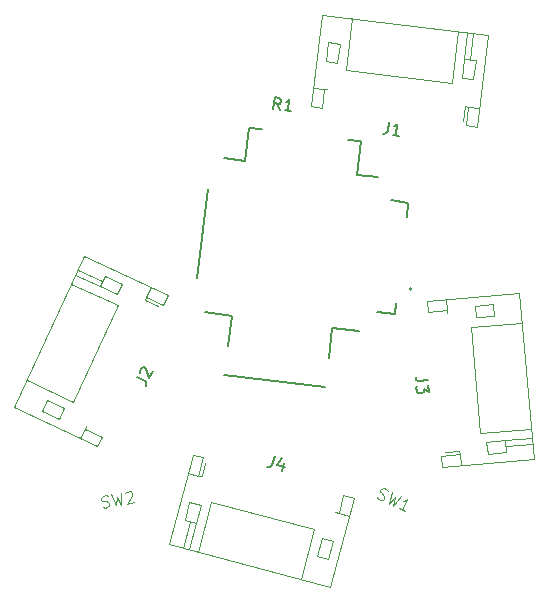
<source format=gbr>
%TF.GenerationSoftware,KiCad,Pcbnew,8.0.1*%
%TF.CreationDate,2024-04-24T21:25:30+12:00*%
%TF.ProjectId,collective-hat-pcb,636f6c6c-6563-4746-9976-652d6861742d,rev?*%
%TF.SameCoordinates,Original*%
%TF.FileFunction,Legend,Top*%
%TF.FilePolarity,Positive*%
%FSLAX46Y46*%
G04 Gerber Fmt 4.6, Leading zero omitted, Abs format (unit mm)*
G04 Created by KiCad (PCBNEW 8.0.1) date 2024-04-24 21:25:30*
%MOMM*%
%LPD*%
G01*
G04 APERTURE LIST*
%ADD10C,0.150000*%
%ADD11C,0.100000*%
%ADD12C,0.120000*%
%ADD13C,0.127000*%
%ADD14C,0.200000*%
G04 APERTURE END LIST*
D10*
X126589223Y-95141494D02*
X126404353Y-95831441D01*
X126404353Y-95831441D02*
X126321382Y-95957106D01*
X126321382Y-95957106D02*
X126204740Y-96024449D01*
X126204740Y-96024449D02*
X126054425Y-96033472D01*
X126054425Y-96033472D02*
X125962433Y-96008822D01*
X127376883Y-95697639D02*
X127204337Y-96341590D01*
X127245499Y-95268044D02*
X126830646Y-95896367D01*
X126830646Y-95896367D02*
X127428600Y-96056588D01*
X139551081Y-88702198D02*
X138839513Y-88764452D01*
X138839513Y-88764452D02*
X138693050Y-88729465D01*
X138693050Y-88729465D02*
X138589873Y-88642890D01*
X138589873Y-88642890D02*
X138529985Y-88504726D01*
X138529985Y-88504726D02*
X138521684Y-88409851D01*
X139584283Y-89081701D02*
X139638237Y-89698393D01*
X139638237Y-89698393D02*
X139229682Y-89399530D01*
X139229682Y-89399530D02*
X139242133Y-89541844D01*
X139242133Y-89541844D02*
X139202996Y-89640870D01*
X139202996Y-89640870D02*
X139159708Y-89692458D01*
X139159708Y-89692458D02*
X139068983Y-89748196D01*
X139068983Y-89748196D02*
X138831793Y-89768947D01*
X138831793Y-89768947D02*
X138732767Y-89729810D01*
X138732767Y-89729810D02*
X138681179Y-89686523D01*
X138681179Y-89686523D02*
X138625441Y-89595797D01*
X138625441Y-89595797D02*
X138600539Y-89311170D01*
X138600539Y-89311170D02*
X138639677Y-89212144D01*
X138639677Y-89212144D02*
X138682964Y-89160556D01*
X114928780Y-88427789D02*
X115576143Y-88729659D01*
X115576143Y-88729659D02*
X115685491Y-88833191D01*
X115685491Y-88833191D02*
X115731556Y-88959755D01*
X115731556Y-88959755D02*
X115714340Y-89109352D01*
X115714340Y-89109352D02*
X115674090Y-89195667D01*
X115196217Y-88079620D02*
X115173184Y-88016338D01*
X115173184Y-88016338D02*
X115170276Y-87909898D01*
X115170276Y-87909898D02*
X115270900Y-87694111D01*
X115270900Y-87694111D02*
X115354306Y-87627921D01*
X115354306Y-87627921D02*
X115417589Y-87604888D01*
X115417589Y-87604888D02*
X115524028Y-87601980D01*
X115524028Y-87601980D02*
X115610343Y-87642229D01*
X115610343Y-87642229D02*
X115719691Y-87745760D01*
X115719691Y-87745760D02*
X115996085Y-88505147D01*
X115996085Y-88505147D02*
X116257706Y-87944099D01*
X136286244Y-66864990D02*
X136199195Y-67573952D01*
X136199195Y-67573952D02*
X136134521Y-67709941D01*
X136134521Y-67709941D02*
X136028386Y-67792862D01*
X136028386Y-67792862D02*
X135880791Y-67822716D01*
X135880791Y-67822716D02*
X135786262Y-67811110D01*
X137156922Y-67979406D02*
X136589752Y-67909766D01*
X136873337Y-67944586D02*
X136995206Y-66952040D01*
X136995206Y-66952040D02*
X136883268Y-67082225D01*
X136883268Y-67082225D02*
X136777133Y-67165147D01*
X136777133Y-67165147D02*
X136676802Y-67200804D01*
X127059184Y-65794075D02*
X126786368Y-65280811D01*
X126492015Y-65724435D02*
X126613884Y-64731889D01*
X126613884Y-64731889D02*
X126991997Y-64778316D01*
X126991997Y-64778316D02*
X127080722Y-64837186D01*
X127080722Y-64837186D02*
X127122183Y-64890254D01*
X127122183Y-64890254D02*
X127157840Y-64990585D01*
X127157840Y-64990585D02*
X127140430Y-65132377D01*
X127140430Y-65132377D02*
X127081560Y-65221102D01*
X127081560Y-65221102D02*
X127028492Y-65262563D01*
X127028492Y-65262563D02*
X126928161Y-65298221D01*
X126928161Y-65298221D02*
X126550048Y-65251794D01*
X128004466Y-65910141D02*
X127437297Y-65840501D01*
X127720882Y-65875321D02*
X127842751Y-64882775D01*
X127842751Y-64882775D02*
X127730813Y-65012961D01*
X127730813Y-65012961D02*
X127624678Y-65095882D01*
X127624678Y-65095882D02*
X127524346Y-65131540D01*
D11*
X112042084Y-99441105D02*
X112191040Y-99463193D01*
X112191040Y-99463193D02*
X112425518Y-99421848D01*
X112425518Y-99421848D02*
X112511040Y-99358415D01*
X112511040Y-99358415D02*
X112549667Y-99303250D01*
X112549667Y-99303250D02*
X112580024Y-99201190D01*
X112580024Y-99201190D02*
X112563487Y-99107399D01*
X112563487Y-99107399D02*
X112500053Y-99021877D01*
X112500053Y-99021877D02*
X112444888Y-98983250D01*
X112444888Y-98983250D02*
X112342828Y-98952892D01*
X112342828Y-98952892D02*
X112146977Y-98939073D01*
X112146977Y-98939073D02*
X112044917Y-98908715D01*
X112044917Y-98908715D02*
X111989752Y-98870088D01*
X111989752Y-98870088D02*
X111926319Y-98784566D01*
X111926319Y-98784566D02*
X111909781Y-98690775D01*
X111909781Y-98690775D02*
X111940138Y-98588715D01*
X111940138Y-98588715D02*
X111978765Y-98533550D01*
X111978765Y-98533550D02*
X112064287Y-98470117D01*
X112064287Y-98470117D02*
X112298765Y-98428772D01*
X112298765Y-98428772D02*
X112447721Y-98450860D01*
X112767721Y-98346082D02*
X113175848Y-99289545D01*
X113175848Y-99289545D02*
X113239396Y-98553035D01*
X113239396Y-98553035D02*
X113551012Y-99223393D01*
X113551012Y-99223393D02*
X113611842Y-98197241D01*
X113956649Y-98233149D02*
X113995276Y-98177985D01*
X113995276Y-98177985D02*
X114080798Y-98114551D01*
X114080798Y-98114551D02*
X114315276Y-98073206D01*
X114315276Y-98073206D02*
X114417336Y-98103564D01*
X114417336Y-98103564D02*
X114472501Y-98142191D01*
X114472501Y-98142191D02*
X114535935Y-98227713D01*
X114535935Y-98227713D02*
X114552472Y-98321504D01*
X114552472Y-98321504D02*
X114530384Y-98470460D01*
X114530384Y-98470460D02*
X114066864Y-99132435D01*
X114066864Y-99132435D02*
X114676507Y-99024938D01*
X135270401Y-98613914D02*
X135379748Y-98717445D01*
X135379748Y-98717445D02*
X135595536Y-98818069D01*
X135595536Y-98818069D02*
X135701976Y-98815160D01*
X135701976Y-98815160D02*
X135765258Y-98792128D01*
X135765258Y-98792128D02*
X135848665Y-98725937D01*
X135848665Y-98725937D02*
X135888914Y-98639622D01*
X135888914Y-98639622D02*
X135886006Y-98533183D01*
X135886006Y-98533183D02*
X135862973Y-98469900D01*
X135862973Y-98469900D02*
X135796783Y-98386493D01*
X135796783Y-98386493D02*
X135644277Y-98262837D01*
X135644277Y-98262837D02*
X135578087Y-98179430D01*
X135578087Y-98179430D02*
X135555054Y-98116148D01*
X135555054Y-98116148D02*
X135552146Y-98009708D01*
X135552146Y-98009708D02*
X135592395Y-97923393D01*
X135592395Y-97923393D02*
X135675802Y-97857203D01*
X135675802Y-97857203D02*
X135739085Y-97834170D01*
X135739085Y-97834170D02*
X135845524Y-97831262D01*
X135845524Y-97831262D02*
X136061312Y-97931885D01*
X136061312Y-97931885D02*
X136170660Y-98035417D01*
X136492887Y-98133132D02*
X136286056Y-99140063D01*
X136286056Y-99140063D02*
X136760557Y-98573199D01*
X136760557Y-98573199D02*
X136631316Y-99301061D01*
X136631316Y-99301061D02*
X137269722Y-98495377D01*
X137667097Y-99784053D02*
X137149206Y-99542557D01*
X137408152Y-99663305D02*
X137830770Y-98756997D01*
X137830770Y-98756997D02*
X137684081Y-98846220D01*
X137684081Y-98846220D02*
X137557516Y-98892286D01*
X137557516Y-98892286D02*
X137451077Y-98895194D01*
D12*
%TO.C,J4*%
X119668548Y-94979968D02*
X117644582Y-102533507D01*
X119254437Y-96525449D02*
X120143087Y-96763564D01*
X117644582Y-102533507D02*
X131283455Y-106188033D01*
X119377726Y-99001737D02*
X118963615Y-100547218D01*
X118963615Y-100547218D02*
X119929541Y-100806037D01*
X120557198Y-95218082D02*
X119668548Y-94979968D01*
X120143087Y-96763564D02*
X120557198Y-95218082D01*
X120413547Y-96836033D02*
X120143087Y-96763564D01*
X120413547Y-96836033D02*
X120728012Y-95662433D01*
X119446578Y-100676627D02*
X118861649Y-102859620D01*
X120343653Y-99260556D02*
X119377726Y-99001737D01*
X119929541Y-100806037D02*
X120343653Y-99260556D01*
X119929541Y-100806037D02*
X119344611Y-102989028D01*
X121245803Y-98984648D02*
X129939136Y-101314019D01*
X120117352Y-103196084D02*
X121245803Y-98984648D01*
X129939136Y-101314019D02*
X128810684Y-105525456D01*
X130582466Y-102004038D02*
X131548392Y-102262857D01*
X130168356Y-103549520D02*
X130582466Y-102004038D01*
X132418768Y-98396379D02*
X132004658Y-99941861D01*
X132004658Y-99941861D02*
X131734199Y-99869391D01*
X131548392Y-102262857D02*
X131134282Y-103808338D01*
X131134282Y-103808338D02*
X130168356Y-103549520D01*
X133307420Y-98634492D02*
X132418768Y-98396379D01*
X132893309Y-100179974D02*
X132004658Y-99941861D01*
X131283455Y-106188033D02*
X133307420Y-98634492D01*
%TO.C,J3*%
X140738197Y-96019913D02*
X148528440Y-95338356D01*
X142332109Y-95880463D02*
X142251928Y-94963966D01*
X148528440Y-95338356D02*
X147297802Y-81272086D01*
X144616892Y-94917670D02*
X146210803Y-94778221D01*
X146210803Y-94778221D02*
X146123647Y-93782026D01*
X140658016Y-95103415D02*
X140738197Y-96019913D01*
X142251928Y-94963966D02*
X140658016Y-95103415D01*
X142227523Y-94685031D02*
X142251928Y-94963966D01*
X142227523Y-94685031D02*
X141017148Y-94790925D01*
X146167225Y-94280123D02*
X148418625Y-94083150D01*
X144529735Y-93921474D02*
X144616892Y-94917670D01*
X146123647Y-93782026D02*
X144529735Y-93921474D01*
X146123647Y-93782026D02*
X148375046Y-93585053D01*
X143961913Y-93168095D02*
X143177512Y-84202344D01*
X148305322Y-92788097D02*
X143961913Y-93168095D01*
X143177512Y-84202344D02*
X147520921Y-83822345D01*
X143605885Y-83361810D02*
X143518729Y-82365616D01*
X145199797Y-83222361D02*
X143605885Y-83361810D01*
X139587743Y-82870142D02*
X141181654Y-82730693D01*
X141181654Y-82730693D02*
X141206057Y-83009629D01*
X143518729Y-82365616D02*
X145112640Y-82226166D01*
X145112640Y-82226166D02*
X145199797Y-83222361D01*
X139507558Y-81953644D02*
X139587743Y-82870142D01*
X141101470Y-81814195D02*
X141181654Y-82730693D01*
X147297802Y-81272086D02*
X139507558Y-81953644D01*
%TO.C,J2*%
X117559566Y-81496903D02*
X110472238Y-78192028D01*
X116109473Y-80820715D02*
X115720664Y-81654515D01*
X110472238Y-78192028D02*
X104504868Y-90989093D01*
X113649396Y-80512128D02*
X112199303Y-79835938D01*
X112199303Y-79835938D02*
X111776686Y-80742247D01*
X117170756Y-82330707D02*
X117559566Y-81496903D01*
X115720664Y-81654515D02*
X117170756Y-82330707D01*
X115602330Y-81908284D02*
X115720664Y-81654515D01*
X115602330Y-81908284D02*
X116703495Y-82421764D01*
X111987996Y-80289093D02*
X109939740Y-79333975D01*
X113226778Y-81418437D02*
X113649396Y-80512128D01*
X111776686Y-80742247D02*
X113226778Y-81418437D01*
X111776686Y-80742247D02*
X109728429Y-79787129D01*
X113341837Y-82354792D02*
X109538273Y-90511561D01*
X109390335Y-80512176D02*
X113341837Y-82354792D01*
X109538273Y-90511561D02*
X105586771Y-88668946D01*
X108747024Y-91025298D02*
X108324406Y-91931606D01*
X107296932Y-90349110D02*
X108747024Y-91025298D01*
X111981005Y-93460165D02*
X110530910Y-92783976D01*
X110530910Y-92783976D02*
X110649244Y-92530210D01*
X108324406Y-91931606D02*
X106874314Y-91255417D01*
X106874314Y-91255417D02*
X107296932Y-90349110D01*
X111592195Y-94293969D02*
X111981005Y-93460165D01*
X110142103Y-93617780D02*
X110530910Y-92783976D01*
X104504868Y-90989093D02*
X111592195Y-94293969D01*
%TO.C,J1*%
X143690867Y-67225253D02*
X144643885Y-59463542D01*
X143885858Y-65637179D02*
X142972715Y-65525060D01*
X144643885Y-59463542D02*
X130629133Y-57742747D01*
X143419134Y-63202150D02*
X143614125Y-61614076D01*
X143614125Y-61614076D02*
X142621579Y-61492207D01*
X142777724Y-67113133D02*
X143690867Y-67225253D01*
X142972715Y-65525060D02*
X142777724Y-67113133D01*
X142694802Y-65490936D02*
X142972715Y-65525060D01*
X142694802Y-65490936D02*
X142546731Y-66696880D01*
X143117852Y-61553141D02*
X143393277Y-59309987D01*
X142426588Y-63080280D02*
X143419134Y-63202150D01*
X142621579Y-61492207D02*
X142426588Y-63080280D01*
X142621579Y-61492207D02*
X142897004Y-59249052D01*
X141571617Y-63479058D02*
X132638701Y-62382234D01*
X142102967Y-59151557D02*
X141571617Y-63479058D01*
X132638701Y-62382234D02*
X133170052Y-58054733D01*
X131905599Y-61788465D02*
X130913053Y-61666596D01*
X132100590Y-60200392D02*
X131905599Y-61788465D01*
X130589258Y-65616578D02*
X130784249Y-64028504D01*
X130784249Y-64028504D02*
X131062162Y-64062627D01*
X130913053Y-61666596D02*
X131108044Y-60078522D01*
X131108044Y-60078522D02*
X132100590Y-60200392D01*
X129676115Y-65504458D02*
X130589258Y-65616578D01*
X129871106Y-63916384D02*
X130784249Y-64028504D01*
X130629133Y-57742747D02*
X129676115Y-65504458D01*
D13*
%TO.C,R1*%
X120936971Y-72508192D02*
X120008327Y-80071394D01*
X120688718Y-82940700D02*
X122946760Y-83217953D01*
X124446978Y-67307187D02*
X124102697Y-70111129D01*
X124102697Y-70111129D02*
X122291300Y-69888718D01*
X122946760Y-83217953D02*
X122632947Y-85773759D01*
X122334367Y-88205498D02*
X130870264Y-89253573D01*
X125538779Y-67441243D02*
X124446978Y-67307187D01*
X132784366Y-68330889D02*
X133876166Y-68464946D01*
X131482657Y-84266029D02*
X133715886Y-84540235D01*
X131168844Y-86821835D02*
X131482657Y-84266029D01*
X133876166Y-68464946D02*
X133531885Y-71268889D01*
X133531885Y-71268889D02*
X135343282Y-71491300D01*
X136435994Y-73464174D02*
X137924813Y-73646978D01*
X137924813Y-73646978D02*
X137778570Y-74838033D01*
X136882830Y-82133248D02*
X136767054Y-83076166D01*
X136767054Y-83076166D02*
X135228608Y-82887269D01*
D14*
X138183433Y-80970900D02*
G75*
G02*
X137983435Y-80970900I-99999J0D01*
G01*
X137983435Y-80970900D02*
G75*
G02*
X138183433Y-80970900I99999J0D01*
G01*
%TD*%
M02*

</source>
